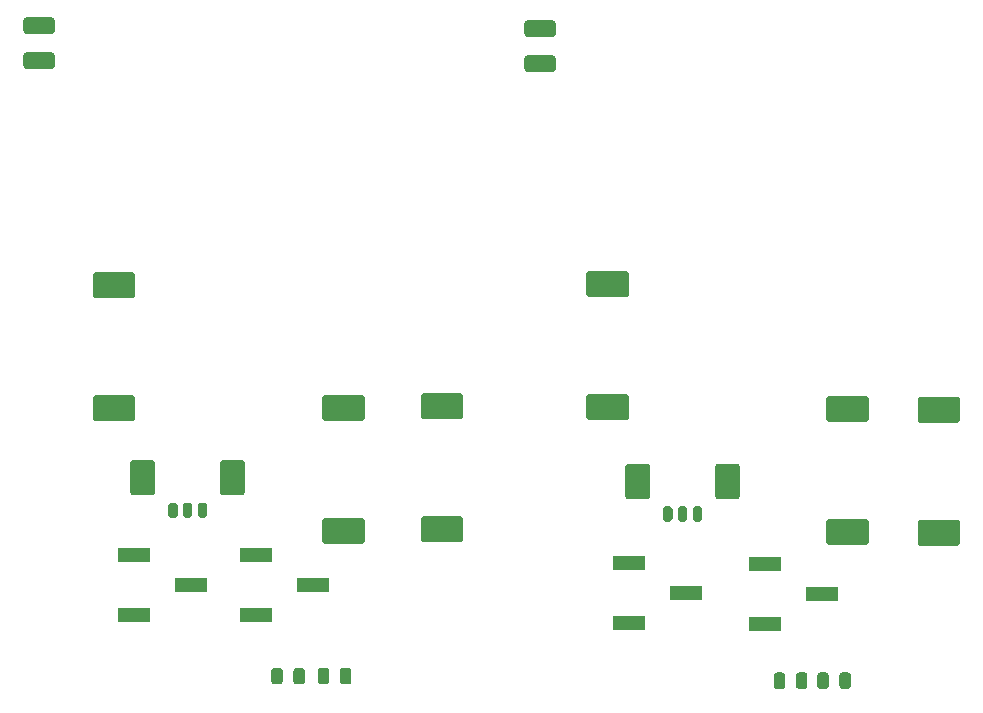
<source format=gtp>
G04 #@! TF.GenerationSoftware,KiCad,Pcbnew,5.1.6+dfsg1-1~bpo9+1*
G04 #@! TF.CreationDate,2022-04-04T20:49:37+02:00*
G04 #@! TF.ProjectId,sdrtrx-traco,73647274-7278-42d7-9472-61636f2e6b69,1*
G04 #@! TF.SameCoordinates,Original*
G04 #@! TF.FileFunction,Paste,Top*
G04 #@! TF.FilePolarity,Positive*
%FSLAX46Y46*%
G04 Gerber Fmt 4.6, Leading zero omitted, Abs format (unit mm)*
G04 Created by KiCad (PCBNEW 5.1.6+dfsg1-1~bpo9+1) date 2022-04-04 20:49:37*
%MOMM*%
%LPD*%
G01*
G04 APERTURE LIST*
%ADD10R,2.790000X1.190000*%
G04 APERTURE END LIST*
G36*
G01*
X11879000Y48760200D02*
X8644200Y48760200D01*
G75*
G02*
X8461600Y48942800I0J182600D01*
G01*
X8461600Y50777600D01*
G75*
G02*
X8644200Y50960200I182600J0D01*
G01*
X11879000Y50960200D01*
G75*
G02*
X12061600Y50777600I0J-182600D01*
G01*
X12061600Y48942800D01*
G75*
G02*
X11879000Y48760200I-182600J0D01*
G01*
G37*
G36*
G01*
X11879000Y38346200D02*
X8644200Y38346200D01*
G75*
G02*
X8461600Y38528800I0J182600D01*
G01*
X8461600Y40363600D01*
G75*
G02*
X8644200Y40546200I182600J0D01*
G01*
X11879000Y40546200D01*
G75*
G02*
X12061600Y40363600I0J-182600D01*
G01*
X12061600Y38528800D01*
G75*
G02*
X11879000Y38346200I-182600J0D01*
G01*
G37*
G36*
G01*
X39666600Y38511300D02*
X36431800Y38511300D01*
G75*
G02*
X36249200Y38693900I0J182600D01*
G01*
X36249200Y40528700D01*
G75*
G02*
X36431800Y40711300I182600J0D01*
G01*
X39666600Y40711300D01*
G75*
G02*
X39849200Y40528700I0J-182600D01*
G01*
X39849200Y38693900D01*
G75*
G02*
X39666600Y38511300I-182600J0D01*
G01*
G37*
G36*
G01*
X39666600Y28097300D02*
X36431800Y28097300D01*
G75*
G02*
X36249200Y28279900I0J182600D01*
G01*
X36249200Y30114700D01*
G75*
G02*
X36431800Y30297300I182600J0D01*
G01*
X39666600Y30297300D01*
G75*
G02*
X39849200Y30114700I0J-182600D01*
G01*
X39849200Y28279900D01*
G75*
G02*
X39666600Y28097300I-182600J0D01*
G01*
G37*
G36*
G01*
X53700100Y48849100D02*
X50465300Y48849100D01*
G75*
G02*
X50282700Y49031700I0J182600D01*
G01*
X50282700Y50866500D01*
G75*
G02*
X50465300Y51049100I182600J0D01*
G01*
X53700100Y51049100D01*
G75*
G02*
X53882700Y50866500I0J-182600D01*
G01*
X53882700Y49031700D01*
G75*
G02*
X53700100Y48849100I-182600J0D01*
G01*
G37*
G36*
G01*
X53700100Y38435100D02*
X50465300Y38435100D01*
G75*
G02*
X50282700Y38617700I0J182600D01*
G01*
X50282700Y40452500D01*
G75*
G02*
X50465300Y40635100I182600J0D01*
G01*
X53700100Y40635100D01*
G75*
G02*
X53882700Y40452500I0J-182600D01*
G01*
X53882700Y38617700D01*
G75*
G02*
X53700100Y38435100I-182600J0D01*
G01*
G37*
G36*
G01*
X81741700Y38206500D02*
X78506900Y38206500D01*
G75*
G02*
X78324300Y38389100I0J182600D01*
G01*
X78324300Y40223900D01*
G75*
G02*
X78506900Y40406500I182600J0D01*
G01*
X81741700Y40406500D01*
G75*
G02*
X81924300Y40223900I0J-182600D01*
G01*
X81924300Y38389100D01*
G75*
G02*
X81741700Y38206500I-182600J0D01*
G01*
G37*
G36*
G01*
X81741700Y27792500D02*
X78506900Y27792500D01*
G75*
G02*
X78324300Y27975100I0J182600D01*
G01*
X78324300Y29809900D01*
G75*
G02*
X78506900Y29992500I182600J0D01*
G01*
X81741700Y29992500D01*
G75*
G02*
X81924300Y29809900I0J-182600D01*
G01*
X81924300Y27975100D01*
G75*
G02*
X81741700Y27792500I-182600J0D01*
G01*
G37*
G36*
G01*
X74007400Y38270000D02*
X70772600Y38270000D01*
G75*
G02*
X70590000Y38452600I0J182600D01*
G01*
X70590000Y40287400D01*
G75*
G02*
X70772600Y40470000I182600J0D01*
G01*
X74007400Y40470000D01*
G75*
G02*
X74190000Y40287400I0J-182600D01*
G01*
X74190000Y38452600D01*
G75*
G02*
X74007400Y38270000I-182600J0D01*
G01*
G37*
G36*
G01*
X74007400Y27856000D02*
X70772600Y27856000D01*
G75*
G02*
X70590000Y28038600I0J182600D01*
G01*
X70590000Y29873400D01*
G75*
G02*
X70772600Y30056000I182600J0D01*
G01*
X74007400Y30056000D01*
G75*
G02*
X74190000Y29873400I0J-182600D01*
G01*
X74190000Y28038600D01*
G75*
G02*
X74007400Y27856000I-182600J0D01*
G01*
G37*
G36*
G01*
X28100600Y30183000D02*
X31335400Y30183000D01*
G75*
G02*
X31518000Y30000400I0J-182600D01*
G01*
X31518000Y28165600D01*
G75*
G02*
X31335400Y27983000I-182600J0D01*
G01*
X28100600Y27983000D01*
G75*
G02*
X27918000Y28165600I0J182600D01*
G01*
X27918000Y30000400D01*
G75*
G02*
X28100600Y30183000I182600J0D01*
G01*
G37*
G36*
G01*
X28100600Y40597000D02*
X31335400Y40597000D01*
G75*
G02*
X31518000Y40414400I0J-182600D01*
G01*
X31518000Y38579600D01*
G75*
G02*
X31335400Y38397000I-182600J0D01*
G01*
X28100600Y38397000D01*
G75*
G02*
X27918000Y38579600I0J182600D01*
G01*
X27918000Y40414400D01*
G75*
G02*
X28100600Y40597000I182600J0D01*
G01*
G37*
G36*
G01*
X47430000Y70879000D02*
X45280000Y70879000D01*
G75*
G02*
X45030000Y71129000I0J250000D01*
G01*
X45030000Y72054000D01*
G75*
G02*
X45280000Y72304000I250000J0D01*
G01*
X47430000Y72304000D01*
G75*
G02*
X47680000Y72054000I0J-250000D01*
G01*
X47680000Y71129000D01*
G75*
G02*
X47430000Y70879000I-250000J0D01*
G01*
G37*
G36*
G01*
X47430000Y67904000D02*
X45280000Y67904000D01*
G75*
G02*
X45030000Y68154000I0J250000D01*
G01*
X45030000Y69079000D01*
G75*
G02*
X45280000Y69329000I250000J0D01*
G01*
X47430000Y69329000D01*
G75*
G02*
X47680000Y69079000I0J-250000D01*
G01*
X47680000Y68154000D01*
G75*
G02*
X47430000Y67904000I-250000J0D01*
G01*
G37*
G36*
G01*
X5012000Y71133000D02*
X2862000Y71133000D01*
G75*
G02*
X2612000Y71383000I0J250000D01*
G01*
X2612000Y72308000D01*
G75*
G02*
X2862000Y72558000I250000J0D01*
G01*
X5012000Y72558000D01*
G75*
G02*
X5262000Y72308000I0J-250000D01*
G01*
X5262000Y71383000D01*
G75*
G02*
X5012000Y71133000I-250000J0D01*
G01*
G37*
G36*
G01*
X5012000Y68158000D02*
X2862000Y68158000D01*
G75*
G02*
X2612000Y68408000I0J250000D01*
G01*
X2612000Y69333000D01*
G75*
G02*
X2862000Y69583000I250000J0D01*
G01*
X5012000Y69583000D01*
G75*
G02*
X5262000Y69333000I0J-250000D01*
G01*
X5262000Y68408000D01*
G75*
G02*
X5012000Y68158000I-250000J0D01*
G01*
G37*
G36*
G01*
X55670000Y34500000D02*
X55670000Y32000000D01*
G75*
G02*
X55420000Y31750000I-250000J0D01*
G01*
X53820000Y31750000D01*
G75*
G02*
X53570000Y32000000I0J250000D01*
G01*
X53570000Y34500000D01*
G75*
G02*
X53820000Y34750000I250000J0D01*
G01*
X55420000Y34750000D01*
G75*
G02*
X55670000Y34500000I0J-250000D01*
G01*
G37*
G36*
G01*
X63270000Y34500000D02*
X63270000Y32000000D01*
G75*
G02*
X63020000Y31750000I-250000J0D01*
G01*
X61420000Y31750000D01*
G75*
G02*
X61170000Y32000000I0J250000D01*
G01*
X61170000Y34500000D01*
G75*
G02*
X61420000Y34750000I250000J0D01*
G01*
X63020000Y34750000D01*
G75*
G02*
X63270000Y34500000I0J-250000D01*
G01*
G37*
G36*
G01*
X57570000Y30950000D02*
X57570000Y30050000D01*
G75*
G02*
X57370000Y29850000I-200000J0D01*
G01*
X56970000Y29850000D01*
G75*
G02*
X56770000Y30050000I0J200000D01*
G01*
X56770000Y30950000D01*
G75*
G02*
X56970000Y31150000I200000J0D01*
G01*
X57370000Y31150000D01*
G75*
G02*
X57570000Y30950000I0J-200000D01*
G01*
G37*
G36*
G01*
X58820000Y30950000D02*
X58820000Y30050000D01*
G75*
G02*
X58620000Y29850000I-200000J0D01*
G01*
X58220000Y29850000D01*
G75*
G02*
X58020000Y30050000I0J200000D01*
G01*
X58020000Y30950000D01*
G75*
G02*
X58220000Y31150000I200000J0D01*
G01*
X58620000Y31150000D01*
G75*
G02*
X58820000Y30950000I0J-200000D01*
G01*
G37*
G36*
G01*
X60070000Y30950000D02*
X60070000Y30050000D01*
G75*
G02*
X59870000Y29850000I-200000J0D01*
G01*
X59470000Y29850000D01*
G75*
G02*
X59270000Y30050000I0J200000D01*
G01*
X59270000Y30950000D01*
G75*
G02*
X59470000Y31150000I200000J0D01*
G01*
X59870000Y31150000D01*
G75*
G02*
X60070000Y30950000I0J-200000D01*
G01*
G37*
D10*
X22286500Y21971000D03*
X27116500Y24511000D03*
X22286500Y27051000D03*
X53846000Y21272500D03*
X58676000Y23812500D03*
X53846000Y26352500D03*
X11999500Y21971000D03*
X16829500Y24511000D03*
X11999500Y27051000D03*
G36*
G01*
X28506000Y17220250D02*
X28506000Y16307750D01*
G75*
G02*
X28262250Y16064000I-243750J0D01*
G01*
X27774750Y16064000D01*
G75*
G02*
X27531000Y16307750I0J243750D01*
G01*
X27531000Y17220250D01*
G75*
G02*
X27774750Y17464000I243750J0D01*
G01*
X28262250Y17464000D01*
G75*
G02*
X28506000Y17220250I0J-243750D01*
G01*
G37*
G36*
G01*
X30381000Y17220250D02*
X30381000Y16307750D01*
G75*
G02*
X30137250Y16064000I-243750J0D01*
G01*
X29649750Y16064000D01*
G75*
G02*
X29406000Y16307750I0J243750D01*
G01*
X29406000Y17220250D01*
G75*
G02*
X29649750Y17464000I243750J0D01*
G01*
X30137250Y17464000D01*
G75*
G02*
X30381000Y17220250I0J-243750D01*
G01*
G37*
G36*
G01*
X70797000Y16839250D02*
X70797000Y15926750D01*
G75*
G02*
X70553250Y15683000I-243750J0D01*
G01*
X70065750Y15683000D01*
G75*
G02*
X69822000Y15926750I0J243750D01*
G01*
X69822000Y16839250D01*
G75*
G02*
X70065750Y17083000I243750J0D01*
G01*
X70553250Y17083000D01*
G75*
G02*
X70797000Y16839250I0J-243750D01*
G01*
G37*
G36*
G01*
X72672000Y16839250D02*
X72672000Y15926750D01*
G75*
G02*
X72428250Y15683000I-243750J0D01*
G01*
X71940750Y15683000D01*
G75*
G02*
X71697000Y15926750I0J243750D01*
G01*
X71697000Y16839250D01*
G75*
G02*
X71940750Y17083000I243750J0D01*
G01*
X72428250Y17083000D01*
G75*
G02*
X72672000Y16839250I0J-243750D01*
G01*
G37*
G36*
G01*
X25469000Y16307750D02*
X25469000Y17220250D01*
G75*
G02*
X25712750Y17464000I243750J0D01*
G01*
X26200250Y17464000D01*
G75*
G02*
X26444000Y17220250I0J-243750D01*
G01*
X26444000Y16307750D01*
G75*
G02*
X26200250Y16064000I-243750J0D01*
G01*
X25712750Y16064000D01*
G75*
G02*
X25469000Y16307750I0J243750D01*
G01*
G37*
G36*
G01*
X23594000Y16307750D02*
X23594000Y17220250D01*
G75*
G02*
X23837750Y17464000I243750J0D01*
G01*
X24325250Y17464000D01*
G75*
G02*
X24569000Y17220250I0J-243750D01*
G01*
X24569000Y16307750D01*
G75*
G02*
X24325250Y16064000I-243750J0D01*
G01*
X23837750Y16064000D01*
G75*
G02*
X23594000Y16307750I0J243750D01*
G01*
G37*
G36*
G01*
X68014000Y15926750D02*
X68014000Y16839250D01*
G75*
G02*
X68257750Y17083000I243750J0D01*
G01*
X68745250Y17083000D01*
G75*
G02*
X68989000Y16839250I0J-243750D01*
G01*
X68989000Y15926750D01*
G75*
G02*
X68745250Y15683000I-243750J0D01*
G01*
X68257750Y15683000D01*
G75*
G02*
X68014000Y15926750I0J243750D01*
G01*
G37*
G36*
G01*
X66139000Y15926750D02*
X66139000Y16839250D01*
G75*
G02*
X66382750Y17083000I243750J0D01*
G01*
X66870250Y17083000D01*
G75*
G02*
X67114000Y16839250I0J-243750D01*
G01*
X67114000Y15926750D01*
G75*
G02*
X66870250Y15683000I-243750J0D01*
G01*
X66382750Y15683000D01*
G75*
G02*
X66139000Y15926750I0J243750D01*
G01*
G37*
X65403000Y21145500D03*
X70233000Y23685500D03*
X65403000Y26225500D03*
G36*
G01*
X13760000Y34817500D02*
X13760000Y32317500D01*
G75*
G02*
X13510000Y32067500I-250000J0D01*
G01*
X11910000Y32067500D01*
G75*
G02*
X11660000Y32317500I0J250000D01*
G01*
X11660000Y34817500D01*
G75*
G02*
X11910000Y35067500I250000J0D01*
G01*
X13510000Y35067500D01*
G75*
G02*
X13760000Y34817500I0J-250000D01*
G01*
G37*
G36*
G01*
X21360000Y34817500D02*
X21360000Y32317500D01*
G75*
G02*
X21110000Y32067500I-250000J0D01*
G01*
X19510000Y32067500D01*
G75*
G02*
X19260000Y32317500I0J250000D01*
G01*
X19260000Y34817500D01*
G75*
G02*
X19510000Y35067500I250000J0D01*
G01*
X21110000Y35067500D01*
G75*
G02*
X21360000Y34817500I0J-250000D01*
G01*
G37*
G36*
G01*
X15660000Y31267500D02*
X15660000Y30367500D01*
G75*
G02*
X15460000Y30167500I-200000J0D01*
G01*
X15060000Y30167500D01*
G75*
G02*
X14860000Y30367500I0J200000D01*
G01*
X14860000Y31267500D01*
G75*
G02*
X15060000Y31467500I200000J0D01*
G01*
X15460000Y31467500D01*
G75*
G02*
X15660000Y31267500I0J-200000D01*
G01*
G37*
G36*
G01*
X16910000Y31267500D02*
X16910000Y30367500D01*
G75*
G02*
X16710000Y30167500I-200000J0D01*
G01*
X16310000Y30167500D01*
G75*
G02*
X16110000Y30367500I0J200000D01*
G01*
X16110000Y31267500D01*
G75*
G02*
X16310000Y31467500I200000J0D01*
G01*
X16710000Y31467500D01*
G75*
G02*
X16910000Y31267500I0J-200000D01*
G01*
G37*
G36*
G01*
X18160000Y31267500D02*
X18160000Y30367500D01*
G75*
G02*
X17960000Y30167500I-200000J0D01*
G01*
X17560000Y30167500D01*
G75*
G02*
X17360000Y30367500I0J200000D01*
G01*
X17360000Y31267500D01*
G75*
G02*
X17560000Y31467500I200000J0D01*
G01*
X17960000Y31467500D01*
G75*
G02*
X18160000Y31267500I0J-200000D01*
G01*
G37*
M02*

</source>
